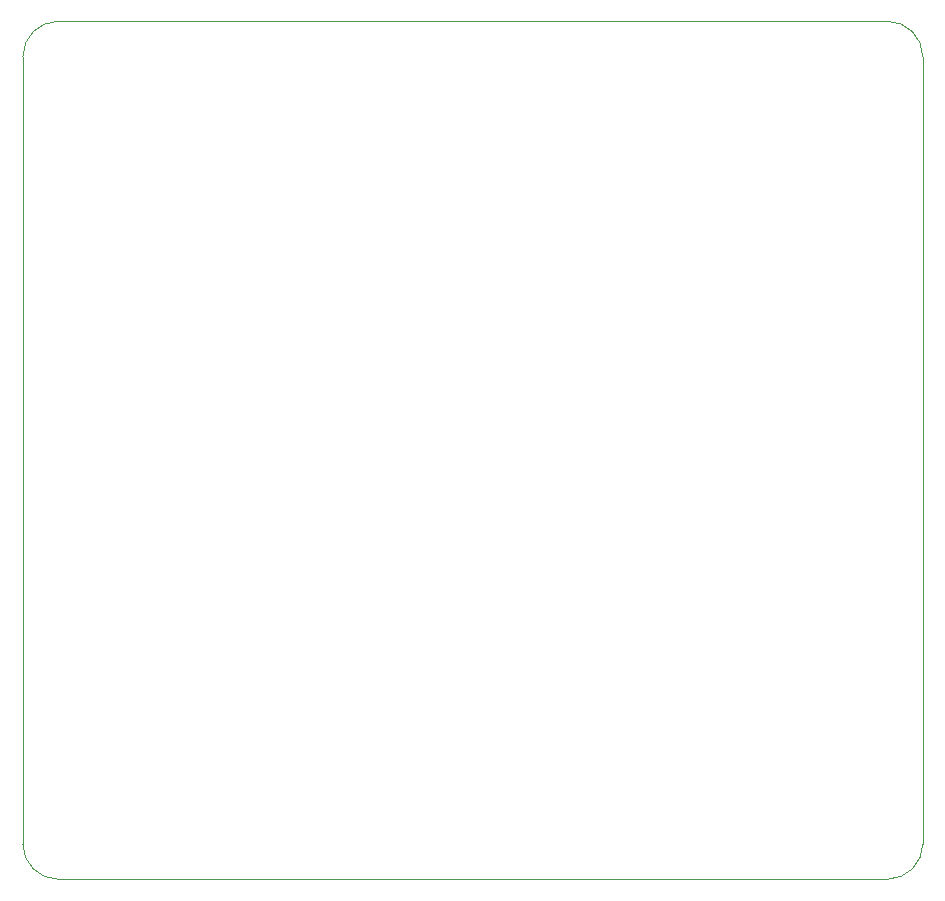
<source format=gbr>
%TF.GenerationSoftware,KiCad,Pcbnew,8.0.4*%
%TF.CreationDate,2025-04-23T20:08:27+02:00*%
%TF.ProjectId,PMTLeechv2,504d544c-6565-4636-9876-322e6b696361,rev?*%
%TF.SameCoordinates,Original*%
%TF.FileFunction,Profile,NP*%
%FSLAX46Y46*%
G04 Gerber Fmt 4.6, Leading zero omitted, Abs format (unit mm)*
G04 Created by KiCad (PCBNEW 8.0.4) date 2025-04-23 20:08:27*
%MOMM*%
%LPD*%
G01*
G04 APERTURE LIST*
%TA.AperFunction,Profile*%
%ADD10C,0.050000*%
%TD*%
G04 APERTURE END LIST*
D10*
X180848000Y-132636000D02*
G75*
G02*
X177848000Y-135636000I-3000000J0D01*
G01*
X107648000Y-135636000D02*
G75*
G02*
X104648000Y-132636000I0J3000000D01*
G01*
X177848000Y-62992000D02*
G75*
G02*
X180848000Y-65992000I0J-3000000D01*
G01*
X104648000Y-65992000D02*
G75*
G02*
X107648000Y-62992000I3000000J0D01*
G01*
X180848000Y-65992000D02*
X180848000Y-132636000D01*
X177848000Y-135636000D02*
X107648000Y-135636000D01*
X104648000Y-132636000D02*
X104648000Y-65992000D01*
X107648000Y-62992000D02*
X177848000Y-62992000D01*
M02*

</source>
